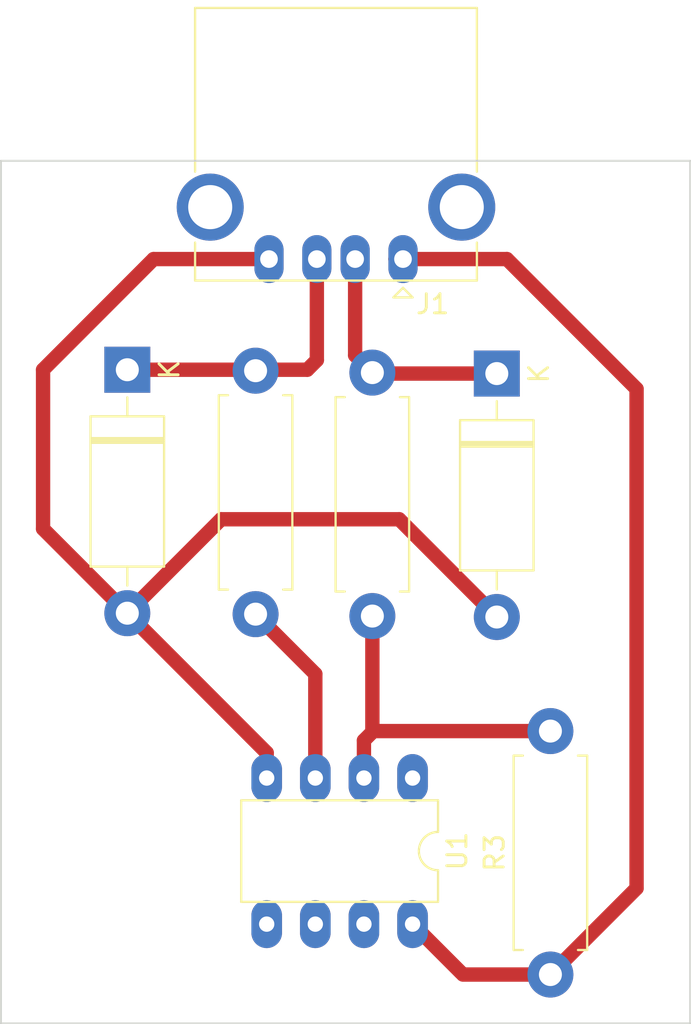
<source format=kicad_pcb>
(kicad_pcb (version 20240108) (generator "pcbnew") (generator_version "8.0")
  (layers (0 "F.Cu" signal) (31 "B.Cu" signal) (34 "B.Paste" user) (35 "F.Paste" user) (36 "B.SilkS" user "B.Silkscreen") (37 "F.SilkS" user "F.Silkscreen") (38 "B.Mask" user) (39 "F.Mask" user) (44 "Edge.Cuts" user))
  (net 0 "")
  (net 2 "Net-(U1-XTAL1{slash}PB3)")
  (net 3 "Net-(U1-XTAL2{slash}PB4)")
  (net 4 "GND")
  (net 8 "Net-(D1-K)")
  (net 10 "Net-(D2-K)")
  (net 11 "Net-(J1-VBUS)")
  (footprint "Resistor_THT:R_Axial_DIN0411_L9.9mm_D3.6mm_P12.70mm_Horizontal" (layer "F.Cu") (at 138.8 112.35 90)
    (property "Reference" "R3" (at 6.35 -2.92 90) (layer "F.SilkS"))
    (property "Value" "1k")
    (fp_line (start 11.42 -1.92) (end 11.42 -1.44) (stroke (width 0.12)) (layer "F.SilkS"))
    (fp_line (start 1.28 -1.92) (end 11.42 -1.92) (stroke (width 0.12)) (layer "F.SilkS"))
    (fp_line (start 1.28 -1.44) (end 1.28 -1.92) (stroke (width 0.12)) (layer "F.SilkS"))
    (fp_line (start 1.28 1.44) (end 1.28 1.92) (stroke (width 0.12)) (layer "F.SilkS"))
    (fp_line (start 11.42 1.92) (end 11.42 1.44) (stroke (width 0.12)) (layer "F.SilkS"))
    (fp_line (start 1.28 1.92) (end 11.42 1.92) (stroke (width 0.12)) (layer "F.SilkS"))
    (pad "1" thru_hole circle (at 0 0 90) (size 2.4 2.4) (drill 1.2) (layers "*.Cu" "*.Mask") (net 11 "Net-(J1-VBUS)"))
    (pad "2" thru_hole oval (at 12.7 0 90) (size 2.4 2.4) (drill 1.2) (layers "*.Cu" "*.Mask") (net 2 "Net-(U1-XTAL1{slash}PB3)"))
  )
  (footprint "Diode_THT:D_DO-15_P12.70mm_Horizontal" (layer "F.Cu") (at 136 81 -90)
    (property "Reference" "D1" (hide yes))
    (property "Value" "D_Zener" (hide yes))
    (fp_line (start 2.43 1.92) (end 10.27 1.92) (stroke (width 0.12)) (layer "F.SilkS"))
    (fp_line (start 10.27 1.92) (end 10.27 -1.92) (stroke (width 0.12)) (layer "F.SilkS"))
    (fp_line (start 1.44 0) (end 2.43 0) (stroke (width 0.12)) (layer "F.SilkS"))
    (fp_line (start 11.26 0) (end 10.27 0) (stroke (width 0.12)) (layer "F.SilkS"))
    (fp_line (start 2.43 -1.92) (end 2.43 1.92) (stroke (width 0.12)) (layer "F.SilkS"))
    (fp_line (start 3.57 -1.92) (end 3.57 1.92) (stroke (width 0.12)) (layer "F.SilkS"))
    (fp_line (start 3.69 -1.92) (end 3.69 1.92) (stroke (width 0.12)) (layer "F.SilkS"))
    (fp_line (start 3.81 -1.92) (end 3.81 1.92) (stroke (width 0.12)) (layer "F.SilkS"))
    (fp_line (start 10.27 -1.92) (end 2.43 -1.92) (stroke (width 0.12)) (layer "F.SilkS"))
    (fp_text user "K" (at 0 -2.2 90) (layer "F.SilkS"))
    (pad "1" thru_hole rect (at 0 0 270) (size 2.4 2.4) (drill 1.2) (layers "*.Cu" "*.Mask") (net 8 "Net-(D1-K)"))
    (pad "2" thru_hole oval (at 12.7 0 270) (size 2.4 2.4) (drill 1.2) (layers "*.Cu" "*.Mask") (net 4 "GND"))
  )
  (footprint "Diode_THT:D_DO-15_P12.70mm_Horizontal" (layer "F.Cu") (at 116.7 80.8 -90)
    (property "Reference" "D2" (hide yes))
    (property "Value" "D_Zener")
    (fp_line (start 2.43 1.92) (end 10.27 1.92) (stroke (width 0.12)) (layer "F.SilkS"))
    (fp_line (start 10.27 1.92) (end 10.27 -1.92) (stroke (width 0.12)) (layer "F.SilkS"))
    (fp_line (start 1.44 0) (end 2.43 0) (stroke (width 0.12)) (layer "F.SilkS"))
    (fp_line (start 11.26 0) (end 10.27 0) (stroke (width 0.12)) (layer "F.SilkS"))
    (fp_line (start 2.43 -1.92) (end 2.43 1.92) (stroke (width 0.12)) (layer "F.SilkS"))
    (fp_line (start 3.57 -1.92) (end 3.57 1.92) (stroke (width 0.12)) (layer "F.SilkS"))
    (fp_line (start 3.69 -1.92) (end 3.69 1.92) (stroke (width 0.12)) (layer "F.SilkS"))
    (fp_line (start 3.81 -1.92) (end 3.81 1.92) (stroke (width 0.12)) (layer "F.SilkS"))
    (fp_line (start 10.27 -1.92) (end 2.43 -1.92) (stroke (width 0.12)) (layer "F.SilkS"))
    (fp_text user "K" (at 0 -2.2 90) (layer "F.SilkS"))
    (pad "1" thru_hole rect (at 0 0 270) (size 2.4 2.4) (drill 1.2) (layers "*.Cu" "*.Mask") (net 10 "Net-(D2-K)"))
    (pad "2" thru_hole oval (at 12.7 0 270) (size 2.4 2.4) (drill 1.2) (layers "*.Cu" "*.Mask") (net 4 "GND"))
  )
  (footprint "Connector_USB:USB_A_CONNFLY_DS1095-WNR0" (layer "F.Cu") (at 131.1 75.0275 180)
    (property "Reference" "J1" (at -1.55 -2.35 0) (layer "F.SilkS"))
    (property "Value" "USB_A")
    (fp_line (start 10.86 4.56) (end 10.86 13.1) (stroke (width 0.12)) (layer "F.SilkS"))
    (fp_line (start 10.86 0.86) (end 10.86 -1.12) (stroke (width 0.12)) (layer "F.SilkS"))
    (fp_line (start 0.5 -2) (end -0.5 -2) (stroke (width 0.12)) (layer "F.SilkS"))
    (fp_line (start 0 -1.5) (end 0.5 -2) (stroke (width 0.12)) (layer "F.SilkS"))
    (fp_line (start -0.5 -2) (end 0 -1.5) (stroke (width 0.12)) (layer "F.SilkS"))
    (fp_line (start -3.86 13.1) (end 10.86 13.1) (stroke (width 0.12)) (layer "F.SilkS"))
    (fp_line (start -3.86 4.56) (end -3.86 13.1) (stroke (width 0.12)) (layer "F.SilkS"))
    (fp_line (start -3.86 -1.12) (end 10.86 -1.12) (stroke (width 0.12)) (layer "F.SilkS"))
    (fp_line (start -3.86 -1.12) (end -3.86 0.86) (stroke (width 0.12)) (layer "F.SilkS"))
    (pad "1" thru_hole oval (at 0 0 180) (size 1.524 2.5) (drill 0.92) (layers "*.Cu" "*.Mask") (net 11 "Net-(J1-VBUS)"))
    (pad "2" thru_hole oval (at 2.5 0 180) (size 1.524 2.5) (drill 0.92) (layers "*.Cu" "*.Mask") (net 8 "Net-(D1-K)"))
    (pad "3" thru_hole oval (at 4.5 0 180) (size 1.524 2.5) (drill 0.92) (layers "*.Cu" "*.Mask") (net 10 "Net-(D2-K)"))
    (pad "4" thru_hole oval (at 7 0 180) (size 1.524 2.5) (drill 0.92) (layers "*.Cu" "*.Mask") (net 4 "GND"))
    (pad "5" thru_hole circle (at -3.07 2.71 180) (size 3.5 3.5) (drill 2.3) (layers "*.Cu" "*.Mask"))
    (pad "5" thru_hole circle (at 10.07 2.71 180) (size 3.5 3.5) (drill 2.3) (layers "*.Cu" "*.Mask"))
  )
  (footprint "Package_DIP:DIP-8_W7.62mm" (layer "F.Cu") (at 131.6 102.1 -90)
    (property "Reference" "U1" (at 3.81 -2.33 90) (layer "F.SilkS"))
    (property "Value" "ATtiny85-20P")
    (fp_line (start 1.16 8.95) (end 6.46 8.95) (stroke (width 0.12)) (layer "F.SilkS"))
    (fp_line (start 6.46 8.95) (end 6.46 -1.33) (stroke (width 0.12)) (layer "F.SilkS"))
    (fp_line (start 1.16 -1.33) (end 1.16 8.95) (stroke (width 0.12)) (layer "F.SilkS"))
    (fp_line (start 2.81 -1.33) (end 1.16 -1.33) (stroke (width 0.12)) (layer "F.SilkS"))
    (fp_line (start 6.46 -1.33) (end 4.81 -1.33) (stroke (width 0.12)) (layer "F.SilkS"))
    (fp_arc (start 4.81 -1.33) (mid 3.81 -0.33) (end 2.81 -1.33) (stroke (width 0.12)) (layer "F.SilkS"))
    (pad "1" thru_hole oval (at 0 0 270) (size 2.5 1.6) (drill 0.8) (layers "*.Cu" "*.Mask"))
    (pad "2" thru_hole oval (at 0 2.54 270) (size 2.5 1.6) (drill 0.8) (layers "*.Cu" "*.Mask") (net 2 "Net-(U1-XTAL1{slash}PB3)"))
    (pad "3" thru_hole oval (at 0 5.08 270) (size 2.5 1.6) (drill 0.8) (layers "*.Cu" "*.Mask") (net 3 "Net-(U1-XTAL2{slash}PB4)"))
    (pad "4" thru_hole oval (at 0 7.62 270) (size 2.5 1.6) (drill 0.8) (layers "*.Cu" "*.Mask") (net 4 "GND"))
    (pad "5" thru_hole oval (at 7.62 7.62 270) (size 2.5 1.6) (drill 0.8) (layers "*.Cu" "*.Mask"))
    (pad "6" thru_hole oval (at 7.62 5.08 270) (size 2.5 1.6) (drill 0.8) (layers "*.Cu" "*.Mask"))
    (pad "7" thru_hole oval (at 7.62 2.54 270) (size 2.5 1.6) (drill 0.8) (layers "*.Cu" "*.Mask"))
    (pad "8" thru_hole oval (at 7.62 0 270) (size 2.5 1.6) (drill 0.8) (layers "*.Cu" "*.Mask") (net 11 "Net-(J1-VBUS)"))
  )
  (footprint "Resistor_THT:R_Axial_DIN0411_L9.9mm_D3.6mm_P12.70mm_Horizontal" (layer "F.Cu") (at 129.5 93.65 90)
    (property "Reference" "R1" (hide yes))
    (property "Value" "47" (hide yes))
    (fp_line (start 11.42 -1.92) (end 11.42 -1.44) (stroke (width 0.12)) (layer "F.SilkS"))
    (fp_line (start 1.28 -1.92) (end 11.42 -1.92) (stroke (width 0.12)) (layer "F.SilkS"))
    (fp_line (start 1.28 -1.44) (end 1.28 -1.92) (stroke (width 0.12)) (layer "F.SilkS"))
    (fp_line (start 1.28 1.44) (end 1.28 1.92) (stroke (width 0.12)) (layer "F.SilkS"))
    (fp_line (start 11.42 1.92) (end 11.42 1.44) (stroke (width 0.12)) (layer "F.SilkS"))
    (fp_line (start 1.28 1.92) (end 11.42 1.92) (stroke (width 0.12)) (layer "F.SilkS"))
    (pad "1" thru_hole circle (at 0 0 90) (size 2.4 2.4) (drill 1.2) (layers "*.Cu" "*.Mask") (net 2 "Net-(U1-XTAL1{slash}PB3)"))
    (pad "2" thru_hole oval (at 12.7 0 90) (size 2.4 2.4) (drill 1.2) (layers "*.Cu" "*.Mask") (net 8 "Net-(D1-K)"))
  )
  (footprint "Resistor_THT:R_Axial_DIN0411_L9.9mm_D3.6mm_P12.70mm_Horizontal" (layer "F.Cu") (at 123.4 93.55 90)
    (property "Reference" "R2" (hide yes))
    (property "Value" "47" (hide yes))
    (fp_line (start 11.42 -1.92) (end 11.42 -1.44) (stroke (width 0.12)) (layer "F.SilkS"))
    (fp_line (start 1.28 -1.92) (end 11.42 -1.92) (stroke (width 0.12)) (layer "F.SilkS"))
    (fp_line (start 1.28 -1.44) (end 1.28 -1.92) (stroke (width 0.12)) (layer "F.SilkS"))
    (fp_line (start 1.28 1.44) (end 1.28 1.92) (stroke (width 0.12)) (layer "F.SilkS"))
    (fp_line (start 11.42 1.92) (end 11.42 1.44) (stroke (width 0.12)) (layer "F.SilkS"))
    (fp_line (start 1.28 1.92) (end 11.42 1.92) (stroke (width 0.12)) (layer "F.SilkS"))
    (pad "1" thru_hole circle (at 0 0 90) (size 2.4 2.4) (drill 1.2) (layers "*.Cu" "*.Mask") (net 3 "Net-(U1-XTAL2{slash}PB4)"))
    (pad "2" thru_hole oval (at 12.7 0 90) (size 2.4 2.4) (drill 1.2) (layers "*.Cu" "*.Mask") (net 10 "Net-(D2-K)"))
  )
  (gr_line (start 146.1 114.9) (end 110.1 114.9) (stroke (width 0.1)) (layer "Edge.Cuts"))
  (gr_line (start 110.1 114.9) (end 110.1 69.9) (stroke (width 0.1)) (layer "Edge.Cuts"))
  (gr_line (start 146.1 69.9) (end 146.1 114.9) (stroke (width 0.1)) (layer "Edge.Cuts"))
  (gr_line (start 110.1 69.9) (end 146.1 69.9) (stroke (width 0.1)) (layer "Edge.Cuts"))
  (segment (start 129.06 100.14) (end 129.06 102.1) (width 0.75) (layer "F.Cu") (net 2))
  (segment (start 129.55 99.65) (end 129.5 99.7) (width 0.25) (layer "F.Cu") (net 2))
  (segment (start 129.5 101.66) (end 129.06 102.1) (width 0.25) (layer "F.Cu") (net 2))
  (segment (start 129.5 99.7) (end 129.06 100.14) (width 0.75) (layer "F.Cu") (net 2))
  (segment (start 129.5 93.65) (end 129.5 99.7) (width 0.75) (layer "F.Cu") (net 2))
  (segment (start 138.8 99.65) (end 129.55 99.65) (width 0.75) (layer "F.Cu") (net 2))
  (segment (start 126.52 96.67) (end 123.4 93.55) (width 0.75) (layer "F.Cu") (net 3))
  (segment (start 126.52 102.1) (end 126.52 96.67) (width 0.75) (layer "F.Cu") (net 3))
  (segment (start 112.3 80.8) (end 112.3 89.1) (width 0.75) (layer "F.Cu") (net 4))
  (segment (start 136 93.7) (end 130.9 88.6) (width 0.75) (layer "F.Cu") (net 4))
  (segment (start 123.7 75.0275) (end 118.0725 75.0275) (width 0.75) (layer "F.Cu") (net 4))
  (segment (start 130.9 88.6) (end 121.6 88.6) (width 0.75) (layer "F.Cu") (net 4))
  (segment (start 112.3 89.1) (end 116.7 93.5) (width 0.75) (layer "F.Cu") (net 4))
  (segment (start 116.7 93.5) (end 123.98 100.78) (width 0.75) (layer "F.Cu") (net 4))
  (segment (start 121.6 88.6) (end 116.7 93.5) (width 0.75) (layer "F.Cu") (net 4))
  (segment (start 118.0725 75.0275) (end 112.3 80.8) (width 0.75) (layer "F.Cu") (net 4))
  (segment (start 123.98 100.78) (end 123.98 102.1) (width 0.75) (layer "F.Cu") (net 4))
  (segment (start 128.6 80.05) (end 129.5 80.95) (width 0.75) (layer "F.Cu") (net 8))
  (segment (start 129.55 81) (end 129.5 80.95) (width 0.25) (layer "F.Cu") (net 8))
  (segment (start 128.6 75.0275) (end 128.6 80.05) (width 0.75) (layer "F.Cu") (net 8))
  (segment (start 136 81) (end 129.55 81) (width 0.75) (layer "F.Cu") (net 8))
  (segment (start 116.7 80.8) (end 123.35 80.8) (width 0.75) (layer "F.Cu") (net 10))
  (segment (start 123.35 80.8) (end 123.4 80.85) (width 0.25) (layer "F.Cu") (net 10))
  (segment (start 126.6 80.3) (end 126.1 80.8) (width 0.75) (layer "F.Cu") (net 10))
  (segment (start 126.6 75.0275) (end 126.6 80.3) (width 0.75) (layer "F.Cu") (net 10))
  (segment (start 126.1 80.8) (end 123.35 80.8) (width 0.75) (layer "F.Cu") (net 10))
  (segment (start 136.5275 75.0275) (end 143.3 81.8) (width 0.75) (layer "F.Cu") (net 11))
  (segment (start 134.14 112.26) (end 131.6 109.72) (width 0.75) (layer "F.Cu") (net 11))
  (segment (start 138.8 112.35) (end 134.23 112.35) (width 0.75) (layer "F.Cu") (net 11))
  (segment (start 130.7 75.0275) (end 136.5275 75.0275) (width 0.75) (layer "F.Cu") (net 11))
  (segment (start 143.3 81.8) (end 143.3 107.85) (width 0.75) (layer "F.Cu") (net 11))
  (segment (start 134.23 112.35) (end 134.14 112.26) (width 0.25) (layer "F.Cu") (net 11))
  (segment (start 134.05 112.35) (end 134.14 112.26) (width 0.25) (layer "F.Cu") (net 11))
  (segment (start 143.3 107.85) (end 138.8 112.35) (width 0.75) (layer "F.Cu") (net 11))
)
</source>
